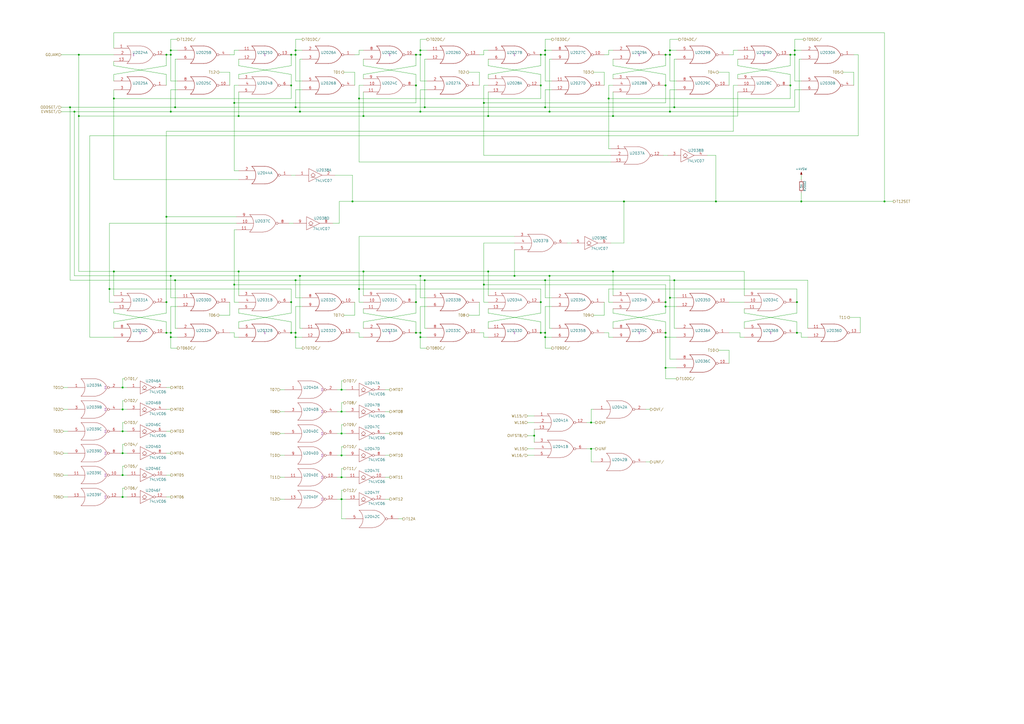
<source format=kicad_sch>
(kicad_sch (version 20211123) (generator eeschema)
  (paper "A2")
  (junction (at 415.29 116.84))
  (junction (at 342.9 260.35))
  (junction (at 316.23 62.23))
  (junction (at 99.06 64.77))
  (junction (at 99.06 193.04))
  (junction (at 386.08 31.75))
  (junction (at 391.16 162.56))
  (junction (at 40.64 62.23))
  (junction (at 243.84 193.04))
  (junction (at 168.91 193.04))
  (junction (at 318.77 160.02))
  (junction (at 313.69 31.75))
  (junction (at 464.82 116.84))
  (junction (at 138.43 157.48))
  (junction (at 313.69 175.26))
  (junction (at 388.62 31.75))
  (junction (at 135.89 59.69))
  (junction (at 458.47 49.53))
  (junction (at 283.21 67.31))
  (junction (at 246.38 162.56))
  (junction (at 45.72 67.31))
  (junction (at 386.08 177.8))
  (junction (at 96.52 175.26))
  (junction (at 43.18 64.77))
  (junction (at 171.45 29.21))
  (junction (at 173.99 160.02))
  (junction (at 241.3 31.75))
  (junction (at 198.12 289.56))
  (junction (at 243.84 64.77))
  (junction (at 298.45 160.02))
  (junction (at 243.84 31.75))
  (junction (at 71.12 262.89))
  (junction (at 461.01 29.21))
  (junction (at 171.45 62.23))
  (junction (at 99.06 160.02))
  (junction (at 355.6 157.48))
  (junction (at 101.6 62.23))
  (junction (at 316.23 29.21))
  (junction (at 391.16 62.23))
  (junction (at 171.45 193.04))
  (junction (at 45.72 31.75))
  (junction (at 318.77 64.77))
  (junction (at 243.84 195.58))
  (junction (at 210.82 157.48))
  (junction (at 342.9 245.11))
  (junction (at 204.47 116.84))
  (junction (at 241.3 175.26))
  (junction (at 198.12 226.06))
  (junction (at 198.12 276.86))
  (junction (at 99.06 195.58))
  (junction (at 316.23 193.04))
  (junction (at 386.08 213.36))
  (junction (at 96.52 31.75))
  (junction (at 355.6 67.31))
  (junction (at 513.08 116.84))
  (junction (at 243.84 29.21))
  (junction (at 316.23 162.56))
  (junction (at 173.99 64.77))
  (junction (at 246.38 62.23))
  (junction (at 198.12 264.16))
  (junction (at 168.91 175.26))
  (junction (at 101.6 162.56))
  (junction (at 386.08 175.26))
  (junction (at 99.06 29.21))
  (junction (at 458.47 31.75))
  (junction (at 388.62 172.72))
  (junction (at 135.89 165.1))
  (junction (at 71.12 288.29))
  (junction (at 208.28 167.64))
  (junction (at 313.69 49.53))
  (junction (at 388.62 64.77))
  (junction (at 243.84 160.02))
  (junction (at 96.52 125.73))
  (junction (at 138.43 67.31))
  (junction (at 171.45 195.58))
  (junction (at 313.69 193.04))
  (junction (at 241.3 193.04))
  (junction (at 198.12 251.46))
  (junction (at 241.3 49.53))
  (junction (at 63.5 167.64))
  (junction (at 168.91 49.53))
  (junction (at 316.23 31.75))
  (junction (at 283.21 157.48))
  (junction (at 388.62 29.21))
  (junction (at 208.28 57.15))
  (junction (at 171.45 162.56))
  (junction (at 66.04 157.48))
  (junction (at 66.04 57.15))
  (junction (at 361.95 116.84))
  (junction (at 386.08 193.04))
  (junction (at 316.23 195.58))
  (junction (at 210.82 67.31))
  (junction (at 99.06 31.75))
  (junction (at 71.12 224.79))
  (junction (at 462.28 175.26))
  (junction (at 386.08 49.53))
  (junction (at 353.06 57.15))
  (junction (at 171.45 31.75))
  (junction (at 462.28 193.04))
  (junction (at 168.91 31.75))
  (junction (at 280.67 165.1))
  (junction (at 71.12 275.59))
  (junction (at 280.67 59.69))
  (junction (at 71.12 237.49))
  (junction (at 309.88 252.73))
  (junction (at 198.12 238.76))
  (junction (at 71.12 250.19))
  (junction (at 96.52 193.04))
  (junction (at 461.01 31.75))
  (junction (at 386.08 195.58))
  (wire (pts (xy 280.67 90.17) (xy 354.33 90.17)))
  (wire (pts (xy 461.01 29.21) (xy 461.01 31.75)))
  (wire (pts (xy 99.06 177.8) (xy 102.87 177.8)))
  (wire (pts (xy 388.62 160.02) (xy 388.62 172.72)))
  (wire (pts (xy 241.3 175.26) (xy 241.3 181.61)))
  (wire (pts (xy 208.28 31.75) (xy 208.28 29.21)))
  (wire (pts (xy 427.99 38.1) (xy 427.99 34.29)))
  (wire (pts (xy 171.45 31.75) (xy 171.45 46.99)))
  (wire (pts (xy 36.83 275.59) (xy 39.37 275.59)))
  (wire (pts (xy 280.67 165.1) (xy 280.67 175.26)))
  (wire (pts (xy 96.52 76.2) (xy 96.52 125.73)))
  (wire (pts (xy 306.07 260.35) (xy 309.88 260.35)))
  (wire (pts (xy 298.45 160.02) (xy 318.77 160.02)))
  (wire (pts (xy 391.16 62.23) (xy 316.23 62.23)))
  (wire (pts (xy 138.43 67.31) (xy 210.82 67.31)))
  (wire (pts (xy 138.43 53.34) (xy 138.43 67.31)))
  (wire (pts (xy 69.85 262.89) (xy 71.12 262.89)))
  (wire (pts (xy 167.64 129.54) (xy 170.18 129.54)))
  (wire (pts (xy 306.07 241.3) (xy 309.88 241.3)))
  (wire (pts (xy 135.89 133.35) (xy 135.89 165.1)))
  (wire (pts (xy 173.99 34.29) (xy 173.99 64.77)))
  (wire (pts (xy 283.21 186.69) (xy 283.21 190.5)))
  (wire (pts (xy 36.83 237.49) (xy 39.37 237.49)))
  (wire (pts (xy 464.82 116.84) (xy 513.08 116.84)))
  (wire (pts (xy 283.21 171.45) (xy 283.21 157.48)))
  (wire (pts (xy 461.01 31.75) (xy 458.47 31.75)))
  (wire (pts (xy 99.06 172.72) (xy 102.87 172.72)))
  (wire (pts (xy 386.08 31.75) (xy 386.08 38.1)))
  (wire (pts (xy 353.06 195.58) (xy 355.6 195.58)))
  (wire (pts (xy 313.69 193.04) (xy 316.23 193.04)))
  (wire (pts (xy 96.52 175.26) (xy 96.52 181.61)))
  (wire (pts (xy 388.62 172.72) (xy 392.43 172.72)))
  (wire (pts (xy 464.82 195.58) (xy 468.63 195.58)))
  (wire (pts (xy 241.3 186.69) (xy 210.82 181.61)))
  (wire (pts (xy 195.58 226.06) (xy 198.12 226.06)))
  (wire (pts (xy 309.88 245.11) (xy 306.07 245.11)))
  (wire (pts (xy 138.43 38.1) (xy 138.43 34.29)))
  (wire (pts (xy 63.5 175.26) (xy 66.04 175.26)))
  (wire (pts (xy 243.84 195.58) (xy 247.65 195.58)))
  (wire (pts (xy 463.55 34.29) (xy 463.55 64.77)))
  (wire (pts (xy 461.01 22.86) (xy 461.01 29.21)))
  (wire (pts (xy 168.91 43.18) (xy 168.91 49.53)))
  (wire (pts (xy 241.3 31.75) (xy 241.3 38.1)))
  (wire (pts (xy 66.04 181.61) (xy 66.04 179.07)))
  (wire (pts (xy 138.43 43.18) (xy 138.43 45.72)))
  (wire (pts (xy 461.01 46.99) (xy 464.82 46.99)))
  (wire (pts (xy 175.26 52.07) (xy 171.45 52.07)))
  (wire (pts (xy 210.82 186.69) (xy 210.82 190.5)))
  (wire (pts (xy 66.04 157.48) (xy 138.43 157.48)))
  (wire (pts (xy 66.04 104.14) (xy 138.43 104.14)))
  (wire (pts (xy 461.01 31.75) (xy 461.01 46.99)))
  (wire (pts (xy 171.45 29.21) (xy 175.26 29.21)))
  (wire (pts (xy 198.12 251.46) (xy 200.66 251.46)))
  (wire (pts (xy 171.45 22.86) (xy 171.45 29.21)))
  (wire (pts (xy 342.9 267.97) (xy 342.9 260.35)))
  (wire (pts (xy 210.82 67.31) (xy 283.21 67.31)))
  (wire (pts (xy 101.6 190.5) (xy 101.6 162.56)))
  (wire (pts (xy 133.35 175.26) (xy 133.35 182.88)))
  (wire (pts (xy 208.28 167.64) (xy 208.28 175.26)))
  (wire (pts (xy 35.56 31.75) (xy 45.72 31.75)))
  (wire (pts (xy 223.52 289.56) (xy 226.06 289.56)))
  (wire (pts (xy 96.52 250.19) (xy 99.06 250.19)))
  (wire (pts (xy 353.06 175.26) (xy 353.06 167.64)))
  (wire (pts (xy 194.31 101.6) (xy 204.47 101.6)))
  (wire (pts (xy 427.99 43.18) (xy 427.99 45.72)))
  (wire (pts (xy 463.55 64.77) (xy 388.62 64.77)))
  (wire (pts (xy 342.9 267.97) (xy 344.17 267.97)))
  (wire (pts (xy 280.67 49.53) (xy 280.67 59.69)))
  (wire (pts (xy 464.82 104.14) (xy 464.82 101.6)))
  (wire (pts (xy 246.38 190.5) (xy 247.65 190.5)))
  (wire (pts (xy 316.23 29.21) (xy 320.04 29.21)))
  (wire (pts (xy 313.69 186.69) (xy 283.21 181.61)))
  (wire (pts (xy 278.13 175.26) (xy 278.13 182.88)))
  (wire (pts (xy 318.77 190.5) (xy 318.77 160.02)))
  (wire (pts (xy 205.74 193.04) (xy 208.28 193.04)))
  (wire (pts (xy 66.04 43.18) (xy 66.04 46.99)))
  (wire (pts (xy 135.89 165.1) (xy 135.89 175.26)))
  (wire (pts (xy 318.77 34.29) (xy 318.77 64.77)))
  (wire (pts (xy 71.12 237.49) (xy 73.66 237.49)))
  (wire (pts (xy 198.12 300.99) (xy 200.66 300.99)))
  (wire (pts (xy 72.39 257.81) (xy 71.12 257.81)))
  (wire (pts (xy 415.29 116.84) (xy 464.82 116.84)))
  (wire (pts (xy 198.12 259.08) (xy 198.12 264.16)))
  (wire (pts (xy 43.18 64.77) (xy 43.18 160.02)))
  (wire (pts (xy 241.3 49.53) (xy 241.3 59.69)))
  (wire (pts (xy 71.12 288.29) (xy 73.66 288.29)))
  (wire (pts (xy 386.08 165.1) (xy 386.08 175.26)))
  (wire (pts (xy 162.56 264.16) (xy 165.1 264.16)))
  (wire (pts (xy 241.3 38.1) (xy 210.82 43.18)))
  (wire (pts (xy 243.84 177.8) (xy 247.65 177.8)))
  (wire (pts (xy 69.85 250.19) (xy 71.12 250.19)))
  (wire (pts (xy 96.52 49.53) (xy 96.52 43.18)))
  (wire (pts (xy 462.28 181.61) (xy 431.8 186.69)))
  (wire (pts (xy 388.62 208.28) (xy 392.43 208.28)))
  (wire (pts (xy 45.72 31.75) (xy 45.72 67.31)))
  (wire (pts (xy 171.45 193.04) (xy 171.45 195.58)))
  (wire (pts (xy 43.18 160.02) (xy 99.06 160.02)))
  (wire (pts (xy 198.12 238.76) (xy 200.66 238.76)))
  (wire (pts (xy 99.06 52.07) (xy 99.06 64.77)))
  (wire (pts (xy 137.16 125.73) (xy 96.52 125.73)))
  (wire (pts (xy 386.08 213.36) (xy 386.08 219.71)))
  (wire (pts (xy 71.12 250.19) (xy 73.66 250.19)))
  (wire (pts (xy 102.87 34.29) (xy 101.6 34.29)))
  (wire (pts (xy 280.67 195.58) (xy 283.21 195.58)))
  (wire (pts (xy 223.52 238.76) (xy 226.06 238.76)))
  (wire (pts (xy 350.52 31.75) (xy 353.06 31.75)))
  (wire (pts (xy 241.3 59.69) (xy 135.89 59.69)))
  (wire (pts (xy 316.23 62.23) (xy 246.38 62.23)))
  (wire (pts (xy 210.82 181.61) (xy 210.82 179.07)))
  (wire (pts (xy 72.39 219.71) (xy 71.12 219.71)))
  (wire (pts (xy 388.62 29.21) (xy 392.43 29.21)))
  (wire (pts (xy 316.23 195.58) (xy 320.04 195.58)))
  (wire (pts (xy 429.26 195.58) (xy 431.8 195.58)))
  (wire (pts (xy 72.39 283.21) (xy 71.12 283.21)))
  (wire (pts (xy 36.83 262.89) (xy 39.37 262.89)))
  (wire (pts (xy 199.39 284.48) (xy 198.12 284.48)))
  (wire (pts (xy 135.89 99.06) (xy 138.43 99.06)))
  (wire (pts (xy 391.16 162.56) (xy 468.63 162.56)))
  (wire (pts (xy 171.45 177.8) (xy 175.26 177.8)))
  (wire (pts (xy 316.23 22.86) (xy 316.23 29.21)))
  (wire (pts (xy 243.84 195.58) (xy 243.84 201.93)))
  (wire (pts (xy 52.07 78.74) (xy 52.07 195.58)))
  (wire (pts (xy 280.67 59.69) (xy 280.67 90.17)))
  (wire (pts (xy 199.39 259.08) (xy 198.12 259.08)))
  (wire (pts (xy 241.3 165.1) (xy 241.3 175.26)))
  (wire (pts (xy 171.45 46.99) (xy 175.26 46.99)))
  (wire (pts (xy 316.23 31.75) (xy 313.69 31.75)))
  (wire (pts (xy 313.69 31.75) (xy 313.69 38.1)))
  (wire (pts (xy 316.23 162.56) (xy 391.16 162.56)))
  (wire (pts (xy 173.99 190.5) (xy 175.26 190.5)))
  (wire (pts (xy 223.52 264.16) (xy 226.06 264.16)))
  (wire (pts (xy 171.45 195.58) (xy 171.45 201.93)))
  (wire (pts (xy 355.6 49.53) (xy 353.06 49.53)))
  (wire (pts (xy 162.56 226.06) (xy 165.1 226.06)))
  (wire (pts (xy 96.52 186.69) (xy 66.04 181.61)))
  (wire (pts (xy 247.65 52.07) (xy 243.84 52.07)))
  (wire (pts (xy 464.82 193.04) (xy 464.82 195.58)))
  (wire (pts (xy 199.39 271.78) (xy 198.12 271.78)))
  (wire (pts (xy 495.3 41.91) (xy 488.95 41.91)))
  (wire (pts (xy 101.6 162.56) (xy 171.45 162.56)))
  (wire (pts (xy 355.6 67.31) (xy 427.99 67.31)))
  (wire (pts (xy 374.65 267.97) (xy 377.19 267.97)))
  (wire (pts (xy 461.01 29.21) (xy 464.82 29.21)))
  (wire (pts (xy 196.85 129.54) (xy 193.04 129.54)))
  (wire (pts (xy 99.06 160.02) (xy 173.99 160.02)))
  (wire (pts (xy 243.84 29.21) (xy 243.84 31.75)))
  (wire (pts (xy 306.07 264.16) (xy 309.88 264.16)))
  (wire (pts (xy 458.47 31.75) (xy 458.47 38.1)))
  (wire (pts (xy 196.85 129.54) (xy 196.85 116.84)))
  (wire (pts (xy 391.16 190.5) (xy 392.43 190.5)))
  (wire (pts (xy 464.82 111.76) (xy 464.82 116.84)))
  (wire (pts (xy 66.04 57.15) (xy 66.04 104.14)))
  (wire (pts (xy 195.58 289.56) (xy 198.12 289.56)))
  (wire (pts (xy 241.3 43.18) (xy 241.3 49.53)))
  (wire (pts (xy 71.12 257.81) (xy 71.12 262.89)))
  (wire (pts (xy 199.39 220.98) (xy 198.12 220.98)))
  (wire (pts (xy 353.06 193.04) (xy 353.06 195.58)))
  (wire (pts (xy 99.06 177.8) (xy 99.06 193.04)))
  (wire (pts (xy 71.12 219.71) (xy 71.12 224.79)))
  (wire (pts (xy 168.91 31.75) (xy 168.91 38.1)))
  (wire (pts (xy 133.35 41.91) (xy 127 41.91)))
  (wire (pts (xy 208.28 137.16) (xy 208.28 167.64)))
  (wire (pts (xy 223.52 251.46) (xy 226.06 251.46)))
  (wire (pts (xy 316.23 29.21) (xy 316.23 31.75)))
  (wire (pts (xy 462.28 186.69) (xy 431.8 181.61)))
  (wire (pts (xy 386.08 181.61) (xy 355.6 186.69)))
  (wire (pts (xy 171.45 52.07) (xy 171.45 62.23)))
  (wire (pts (xy 392.43 34.29) (xy 391.16 34.29)))
  (wire (pts (xy 425.45 31.75) (xy 425.45 29.21)))
  (wire (pts (xy 422.91 193.04) (xy 429.26 193.04)))
  (wire (pts (xy 246.38 34.29) (xy 246.38 62.23)))
  (wire (pts (xy 168.91 186.69) (xy 138.43 181.61)))
  (wire (pts (xy 431.8 157.48) (xy 431.8 171.45)))
  (wire (pts (xy 72.39 232.41) (xy 71.12 232.41)))
  (wire (pts (xy 243.84 31.75) (xy 243.84 46.99)))
  (wire (pts (xy 458.47 43.18) (xy 458.47 49.53)))
  (wire (pts (xy 168.91 181.61) (xy 138.43 186.69)))
  (wire (pts (xy 210.82 49.53) (xy 208.28 49.53)))
  (wire (pts (xy 283.21 43.18) (xy 283.21 45.72)))
  (wire (pts (xy 171.45 195.58) (xy 175.26 195.58)))
  (wire (pts (xy 374.65 237.49) (xy 377.19 237.49)))
  (wire (pts (xy 386.08 219.71) (xy 392.43 219.71)))
  (wire (pts (xy 243.84 22.86) (xy 243.84 29.21)))
  (wire (pts (xy 208.28 93.98) (xy 354.33 93.98)))
  (wire (pts (xy 283.21 67.31) (xy 283.21 53.34)))
  (wire (pts (xy 350.52 193.04) (xy 353.06 193.04)))
  (wire (pts (xy 313.69 43.18) (xy 283.21 38.1)))
  (wire (pts (xy 468.63 162.56) (xy 468.63 190.5)))
  (wire (pts (xy 210.82 171.45) (xy 210.82 157.48)))
  (wire (pts (xy 246.38 162.56) (xy 246.38 190.5)))
  (wire (pts (xy 499.11 193.04) (xy 499.11 184.15)))
  (wire (pts (xy 386.08 177.8) (xy 386.08 181.61)))
  (wire (pts (xy 71.12 275.59) (xy 73.66 275.59)))
  (wire (pts (xy 195.58 264.16) (xy 198.12 264.16)))
  (wire (pts (xy 280.67 175.26) (xy 283.21 175.26)))
  (wire (pts (xy 72.39 270.51) (xy 71.12 270.51)))
  (wire (pts (xy 69.85 275.59) (xy 71.12 275.59)))
  (wire (pts (xy 171.45 201.93) (xy 175.26 201.93)))
  (wire (pts (xy 208.28 29.21) (xy 210.82 29.21)))
  (wire (pts (xy 133.35 49.53) (xy 133.35 41.91)))
  (wire (pts (xy 99.06 195.58) (xy 99.06 201.93)))
  (wire (pts (xy 464.82 34.29) (xy 463.55 34.29)))
  (wire (pts (xy 168.91 101.6) (xy 171.45 101.6)))
  (wire (pts (xy 243.84 193.04) (xy 243.84 195.58)))
  (wire (pts (xy 210.82 43.18) (xy 210.82 45.72)))
  (wire (pts (xy 101.6 62.23) (xy 40.64 62.23)))
  (wire (pts (xy 96.52 125.73) (xy 96.52 175.26)))
  (wire (pts (xy 316.23 195.58) (xy 316.23 201.93)))
  (wire (pts (xy 513.08 116.84) (xy 518.16 116.84)))
  (wire (pts (xy 316.23 177.8) (xy 320.04 177.8)))
  (wire (pts (xy 422.91 203.2) (xy 422.91 210.82)))
  (wire (pts (xy 36.83 288.29) (xy 39.37 288.29)))
  (wire (pts (xy 298.45 137.16) (xy 208.28 137.16)))
  (wire (pts (xy 168.91 167.64) (xy 168.91 175.26)))
  (wire (pts (xy 171.45 31.75) (xy 168.91 31.75)))
  (wire (pts (xy 247.65 22.86) (xy 243.84 22.86)))
  (wire (pts (xy 353.06 167.64) (xy 462.28 167.64)))
  (wire (pts (xy 278.13 41.91) (xy 271.78 41.91)))
  (wire (pts (xy 96.52 181.61) (xy 66.04 186.69)))
  (wire (pts (xy 416.56 203.2) (xy 422.91 203.2)))
  (wire (pts (xy 69.85 237.49) (xy 71.12 237.49)))
  (wire (pts (xy 431.8 175.26) (xy 422.91 175.26)))
  (wire (pts (xy 162.56 251.46) (xy 165.1 251.46)))
  (wire (pts (xy 280.67 31.75) (xy 280.67 29.21)))
  (wire (pts (xy 66.04 52.07) (xy 66.04 57.15)))
  (wire (pts (xy 204.47 101.6) (xy 204.47 116.84)))
  (wire (pts (xy 241.3 193.04) (xy 243.84 193.04)))
  (wire (pts (xy 99.06 193.04) (xy 99.06 195.58)))
  (wire (pts (xy 223.52 276.86) (xy 226.06 276.86)))
  (wire (pts (xy 350.52 41.91) (xy 344.17 41.91)))
  (wire (pts (xy 425.45 29.21) (xy 427.99 29.21)))
  (wire (pts (xy 195.58 276.86) (xy 198.12 276.86)))
  (wire (pts (xy 102.87 52.07) (xy 99.06 52.07)))
  (wire (pts (xy 342.9 245.11) (xy 345.44 245.11)))
  (wire (pts (xy 135.89 59.69) (xy 135.89 99.06)))
  (wire (pts (xy 138.43 181.61) (xy 138.43 179.07)))
  (wire (pts (xy 45.72 67.31) (xy 138.43 67.31)))
  (wire (pts (xy 392.43 52.07) (xy 388.62 52.07)))
  (wire (pts (xy 350.52 182.88) (xy 344.17 182.88)))
  (wire (pts (xy 355.6 186.69) (xy 355.6 190.5)))
  (wire (pts (xy 246.38 162.56) (xy 316.23 162.56)))
  (wire (pts (xy 427.99 67.31) (xy 427.99 53.34)))
  (wire (pts (xy 283.21 157.48) (xy 355.6 157.48)))
  (wire (pts (xy 355.6 38.1) (xy 355.6 34.29)))
  (wire (pts (xy 99.06 172.72) (xy 99.06 160.02)))
  (wire (pts (xy 243.84 46.99) (xy 247.65 46.99)))
  (wire (pts (xy 340.36 260.35) (xy 342.9 260.35)))
  (wire (pts (xy 66.04 186.69) (xy 66.04 190.5)))
  (wire (pts (xy 388.62 29.21) (xy 388.62 31.75)))
  (wire (pts (xy 283.21 38.1) (xy 283.21 34.29)))
  (wire (pts (xy 464.82 52.07) (xy 461.01 52.07)))
  (wire (pts (xy 384.81 90.17) (xy 387.35 90.17)))
  (wire (pts (xy 99.06 201.93) (xy 102.87 201.93)))
  (wire (pts (xy 208.28 175.26) (xy 210.82 175.26)))
  (wire (pts (xy 208.28 167.64) (xy 313.69 167.64)))
  (wire (pts (xy 313.69 57.15) (xy 208.28 57.15)))
  (wire (pts (xy 135.89 49.53) (xy 135.89 59.69)))
  (wire (pts (xy 462.28 193.04) (xy 462.28 186.69)))
  (wire (pts (xy 313.69 175.26) (xy 313.69 181.61)))
  (wire (pts (xy 63.5 129.54) (xy 63.5 167.64)))
  (wire (pts (xy 173.99 160.02) (xy 243.84 160.02)))
  (wire (pts (xy 205.74 41.91) (xy 199.39 41.91)))
  (wire (pts (xy 247.65 34.29) (xy 246.38 34.29)))
  (wire (pts (xy 69.85 288.29) (xy 71.12 288.29)))
  (wire (pts (xy 223.52 226.06) (xy 226.06 226.06)))
  (wire (pts (xy 66.04 171.45) (xy 66.04 157.48)))
  (wire (pts (xy 458.47 43.18) (xy 427.99 38.1)))
  (wire (pts (xy 320.04 22.86) (xy 316.23 22.86)))
  (wire (pts (xy 241.3 181.61) (xy 210.82 186.69)))
  (wire (pts (xy 45.72 157.48) (xy 66.04 157.48)))
  (wire (pts (xy 198.12 271.78) (xy 198.12 276.86)))
  (wire (pts (xy 205.74 175.26) (xy 205.74 182.88)))
  (wire (pts (xy 243.84 29.21) (xy 247.65 29.21)))
  (wire (pts (xy 283.21 49.53) (xy 280.67 49.53)))
  (wire (pts (xy 497.84 31.75) (xy 497.84 78.74)))
  (wire (pts (xy 386.08 49.53) (xy 386.08 59.69)))
  (wire (pts (xy 353.06 31.75) (xy 353.06 29.21)))
  (wire (pts (xy 135.89 195.58) (xy 138.43 195.58)))
  (wire (pts (xy 354.33 140.97) (xy 361.95 140.97)))
  (wire (pts (xy 243.84 160.02) (xy 298.45 160.02)))
  (wire (pts (xy 298.45 160.02) (xy 298.45 144.78)))
  (wire (pts (xy 243.84 172.72) (xy 243.84 160.02)))
  (wire (pts (xy 210.82 38.1) (xy 210.82 34.29)))
  (wire (pts (xy 45.72 31.75) (xy 66.04 31.75)))
  (wire (pts (xy 36.83 224.79) (xy 39.37 224.79)))
  (wire (pts (xy 350.52 175.26) (xy 350.52 182.88)))
  (wire (pts (xy 135.89 31.75) (xy 135.89 29.21)))
  (wire (pts (xy 138.43 171.45) (xy 138.43 157.48)))
  (wire (pts (xy 99.06 29.21) (xy 99.06 31.75)))
  (wire (pts (xy 422.91 31.75) (xy 425.45 31.75)))
  (wire (pts (xy 96.52 275.59) (xy 99.06 275.59)))
  (wire (pts (xy 353.06 57.15) (xy 353.06 86.36)))
  (wire (pts (xy 458.47 38.1) (xy 427.99 43.18)))
  (wire (pts (xy 171.45 162.56) (xy 246.38 162.56)))
  (wire (pts (xy 316.23 172.72) (xy 316.23 162.56)))
  (wire (pts (xy 40.64 162.56) (xy 40.64 62.23)))
  (wire (pts (xy 388.62 31.75) (xy 388.62 46.99)))
  (wire (pts (xy 241.3 193.04) (xy 241.3 186.69)))
  (wire (pts (xy 198.12 226.06) (xy 200.66 226.06)))
  (wire (pts (xy 96.52 43.18) (xy 66.04 38.1)))
  (wire (pts (xy 386.08 213.36) (xy 392.43 213.36)))
  (wire (pts (xy 198.12 284.48) (xy 198.12 289.56)))
  (wire (pts (xy 198.12 276.86) (xy 200.66 276.86)))
  (wire (pts (xy 198.12 246.38) (xy 198.12 251.46)))
  (wire (pts (xy 208.28 193.04) (xy 208.28 195.58)))
  (wire (pts (xy 353.06 49.53) (xy 353.06 57.15)))
  (wire (pts (xy 309.88 252.73) (xy 309.88 256.54)))
  (wire (pts (xy 355.6 67.31) (xy 355.6 53.34)))
  (wire (pts (xy 429.26 193.04) (xy 429.26 195.58)))
  (wire (pts (xy 162.56 238.76) (xy 165.1 238.76)))
  (wire (pts (xy 138.43 157.48) (xy 210.82 157.48)))
  (wire (pts (xy 386.08 186.69) (xy 386.08 193.04)))
  (wire (pts (xy 313.69 49.53) (xy 313.69 57.15)))
  (wire (pts (xy 71.12 224.79) (xy 73.66 224.79)))
  (wire (pts (xy 243.84 177.8) (xy 243.84 193.04)))
  (wire (pts (xy 66.04 38.1) (xy 66.04 35.56)))
  (wire (pts (xy 342.9 237.49) (xy 342.9 245.11)))
  (wire (pts (xy 386.08 43.18) (xy 355.6 38.1)))
  (wire (pts (xy 318.77 64.77) (xy 243.84 64.77)))
  (wire (pts (xy 243.84 31.75) (xy 241.3 31.75)))
  (wire (pts (xy 243.84 52.07) (xy 243.84 64.77)))
  (wire (pts (xy 278.13 182.88) (xy 271.78 182.88)))
  (wire (pts (xy 43.18 64.77) (xy 35.56 64.77)))
  (wire (pts (xy 386.08 195.58) (xy 392.43 195.58)))
  (wire (pts (xy 241.3 43.18) (xy 210.82 38.1)))
  (wire (pts (xy 431.8 181.61) (xy 431.8 179.07)))
  (wire (pts (xy 391.16 162.56) (xy 391.16 190.5)))
  (wire (pts (xy 135.89 175.26) (xy 138.43 175.26)))
  (wire (pts (xy 99.06 31.75) (xy 99.06 46.99)))
  (wire (pts (xy 342.9 237.49) (xy 344.17 237.49)))
  (wire (pts (xy 133.35 193.04) (xy 135.89 193.04)))
  (wire (pts (xy 280.67 140.97) (xy 280.67 165.1)))
  (wire (pts (xy 99.06 31.75) (xy 96.52 31.75)))
  (wire (pts (xy 96.52 237.49) (xy 99.06 237.49)))
  (wire (pts (xy 175.26 22.86) (xy 171.45 22.86)))
  (wire (pts (xy 198.12 233.68) (xy 198.12 238.76)))
  (wire (pts (xy 328.93 140.97) (xy 331.47 140.97)))
  (wire (pts (xy 388.62 172.72) (xy 388.62 208.28)))
  (wire (pts (xy 137.16 133.35) (xy 135.89 133.35)))
  (wire (pts (xy 495.3 49.53) (xy 495.3 41.91)))
  (wire (pts (xy 298.45 140.97) (xy 280.67 140.97)))
  (wire (pts (xy 99.06 46.99) (xy 102.87 46.99)))
  (wire (pts (xy 355.6 175.26) (xy 353.06 175.26)))
  (wire (pts (xy 466.09 22.86) (xy 461.01 22.86)))
  (wire (pts (xy 388.62 22.86) (xy 388.62 29.21)))
  (wire (pts (xy 171.45 29.21) (xy 171.45 31.75)))
  (wire (pts (xy 513.08 19.05) (xy 66.04 19.05)))
  (wire (pts (xy 171.45 62.23) (xy 101.6 62.23)))
  (wire (pts (xy 101.6 34.29) (xy 101.6 62.23)))
  (wire (pts (xy 171.45 177.8) (xy 171.45 193.04)))
  (wire (pts (xy 278.13 49.53) (xy 278.13 41.91)))
  (wire (pts (xy 313.69 181.61) (xy 283.21 186.69)))
  (wire (pts (xy 388.62 46.99) (xy 392.43 46.99)))
  (wire (pts (xy 431.8 186.69) (xy 431.8 190.5)))
  (wire (pts (xy 386.08 186.69) (xy 355.6 181.61)))
  (wire (pts (xy 355.6 181.61) (xy 355.6 179.07)))
  (wire (pts (xy 283.21 67.31) (xy 355.6 67.31)))
  (wire (pts (xy 355.6 43.18) (xy 355.6 45.72)))
  (wire (pts (xy 63.5 167.64) (xy 168.91 167.64)))
  (wire (pts (xy 280.67 165.1) (xy 386.08 165.1)))
  (wire (pts (xy 316.23 52.07) (xy 316.23 62.23)))
  (wire (pts (xy 461.01 52.07) (xy 461.01 62.23)))
  (wire (pts (xy 386.08 195.58) (xy 386.08 213.36)))
  (wire (pts (xy 231.14 300.99) (xy 233.68 300.99)))
  (wire (pts (xy 199.39 233.68) (xy 198.12 233.68)))
  (wire (pts (xy 513.08 116.84) (xy 513.08 19.05)))
  (wire (pts (xy 340.36 245.11) (xy 342.9 245.11)))
  (wire (pts (xy 168.91 38.1) (xy 138.43 43.18)))
  (wire (pts (xy 71.12 262.89) (xy 73.66 262.89)))
  (wire (pts (xy 99.06 29.21) (xy 102.87 29.21)))
  (wire (pts (xy 52.07 195.58) (xy 66.04 195.58)))
  (wire (pts (xy 208.28 195.58) (xy 210.82 195.58)))
  (wire (pts (xy 168.91 193.04) (xy 168.91 186.69)))
  (wire (pts (xy 173.99 64.77) (xy 99.06 64.77)))
  (wire (pts (xy 208.28 57.15) (xy 208.28 93.98)))
  (wire (pts (xy 316.23 177.8) (xy 316.23 193.04)))
  (wire (pts (xy 309.88 252.73) (xy 306.07 252.73)))
  (wire (pts (xy 313.69 43.18) (xy 313.69 49.53)))
  (wire (pts (xy 458.47 49.53) (xy 458.47 57.15)))
  (wire (pts (xy 101.6 190.5) (xy 102.87 190.5)))
  (wire (pts (xy 458.47 57.15) (xy 353.06 57.15)))
  (wire (pts (xy 415.29 90.17) (xy 410.21 90.17)))
  (wire (pts (xy 162.56 289.56) (xy 165.1 289.56)))
  (wire (pts (xy 168.91 175.26) (xy 168.91 181.61)))
  (wire (pts (xy 66.04 19.05) (xy 66.04 27.94)))
  (wire (pts (xy 171.45 172.72) (xy 175.26 172.72)))
  (wire (pts (xy 495.3 31.75) (xy 497.84 31.75)))
  (wire (pts (xy 198.12 289.56) (xy 200.66 289.56)))
  (wire (pts (xy 320.04 34.29) (xy 318.77 34.29)))
  (wire (pts (xy 316.23 172.72) (xy 320.04 172.72)))
  (wire (pts (xy 393.7 22.86) (xy 388.62 22.86)))
  (wire (pts (xy 96.52 31.75) (xy 96.52 38.1)))
  (wire (pts (xy 175.26 34.29) (xy 173.99 34.29)))
  (wire (pts (xy 210.82 67.31) (xy 210.82 53.34)))
  (wire (pts (xy 353.06 86.36) (xy 354.33 86.36)))
  (wire (pts (xy 243.84 64.77) (xy 173.99 64.77)))
  (wire (pts (xy 461.01 62.23) (xy 391.16 62.23)))
  (wire (pts (xy 168.91 193.04) (xy 171.45 193.04)))
  (wire (pts (xy 168.91 57.15) (xy 66.04 57.15)))
  (wire (pts (xy 280.67 29.21) (xy 283.21 29.21)))
  (wire (pts (xy 386.08 193.04) (xy 386.08 195.58)))
  (wire (pts (xy 196.85 116.84) (xy 204.47 116.84)))
  (wire (pts (xy 313.69 167.64) (xy 313.69 175.26)))
  (wire (pts (xy 388.62 31.75) (xy 386.08 31.75)))
  (wire (pts (xy 316.23 31.75) (xy 316.23 46.99)))
  (wire (pts (xy 198.12 264.16) (xy 200.66 264.16)))
  (wire (pts (xy 99.06 22.86) (xy 99.06 29.21)))
  (wire (pts (xy 138.43 49.53) (xy 135.89 49.53)))
  (wire (pts (xy 320.04 52.07) (xy 316.23 52.07)))
  (wire (pts (xy 208.28 49.53) (xy 208.28 57.15)))
  (wire (pts (xy 243.84 201.93) (xy 247.65 201.93)))
  (wire (pts (xy 198.12 220.98) (xy 198.12 226.06)))
  (wire (pts (xy 135.89 165.1) (xy 241.3 165.1)))
  (wire (pts (xy 361.95 140.97) (xy 361.95 116.84)))
  (wire (pts (xy 386.08 177.8) (xy 392.43 177.8)))
  (wire (pts (xy 96.52 193.04) (xy 96.52 186.69)))
  (wire (pts (xy 462.28 167.64) (xy 462.28 175.26)))
  (wire (pts (xy 422.91 49.53) (xy 422.91 41.91)))
  (wire (pts (xy 162.56 276.86) (xy 165.1 276.86)))
  (wire (pts (xy 316.23 46.99) (xy 320.04 46.99)))
  (wire (pts (xy 96.52 262.89) (xy 99.06 262.89)))
  (wire (pts (xy 283.21 181.61) (xy 283.21 179.07)))
  (wire (pts (xy 133.35 182.88) (xy 127 182.88)))
  (wire (pts (xy 386.08 43.18) (xy 386.08 49.53)))
  (wire (pts (xy 318.77 190.5) (xy 320.04 190.5)))
  (wire (pts (xy 40.64 62.23) (xy 35.56 62.23)))
  (wire (pts (xy 350.52 49.53) (xy 350.52 41.91)))
  (wire (pts (xy 63.5 167.64) (xy 63.5 175.26)))
  (wire (pts (xy 462.28 175.26) (xy 462.28 181.61)))
  (wire (pts (xy 168.91 43.18) (xy 138.43 38.1)))
  (wire (pts (xy 353.06 29.21) (xy 355.6 29.21)))
  (wire (pts (xy 422.91 41.91) (xy 416.56 41.91)))
  (wire (pts (xy 69.85 224.79) (xy 71.12 224.79)))
  (wire (pts (xy 280.67 193.04) (xy 280.67 195.58)))
  (wire (pts (xy 195.58 238.76) (xy 198.12 238.76)))
  (wire (pts (xy 171.45 172.72) (xy 171.45 162.56)))
  (wire (pts (xy 96.52 193.04) (xy 99.06 193.04)))
  (wire (pts (xy 313.69 193.04) (xy 313.69 186.69)))
  (wire (pts (xy 99.06 195.58) (xy 102.87 195.58)))
  (wire (pts (xy 99.06 64.77) (xy 43.18 64.77)))
  (wire (pts (xy 133.35 31.75) (xy 135.89 31.75)))
  (wire (pts (xy 278.13 31.75) (xy 280.67 31.75)))
  (wire (pts (xy 316.23 201.93) (xy 320.04 201.93)))
  (wire (pts (xy 386.08 59.69) (xy 280.67 59.69)))
  (wire (pts (xy 138.43 186.69) (xy 138.43 190.5)))
  (wire (pts (xy 355.6 157.48) (xy 431.8 157.48)))
  (wire (pts (xy 102.87 22.86) (xy 99.06 22.86)))
  (wire (pts (xy 96.52 288.29) (xy 99.06 288.29)))
  (wire (pts (xy 198.12 289.56) (xy 198.12 300.99)))
  (wire (pts (xy 342.9 260.35) (xy 345.44 260.35)))
  (wire (pts (xy 40.64 162.56) (xy 101.6 162.56)))
  (wire (pts (xy 243.84 172.72) (xy 247.65 172.72)))
  (wire (pts (xy 425.45 76.2) (xy 96.52 76.2)))
  (wire (pts (xy 71.12 270.51) (xy 71.12 275.59)))
  (wire (pts (xy 318.77 160.02) (xy 388.62 160.02)))
  (wire (pts (xy 168.91 49.53) (xy 168.91 57.15)))
  (wire (pts (xy 313.69 38.1) (xy 283.21 43.18)))
  (wire (pts (xy 361.95 116.84) (xy 415.29 116.84)))
  (wire (pts (xy 135.89 193.04) (xy 135.89 195.58)))
  (wire (pts (xy 45.72 67.31) (xy 45.72 157.48)))
  (wire (pts (xy 425.45 49.53) (xy 425.45 76.2)))
  (wire (pts (xy 246.38 62.23) (xy 171.45 62.23)))
  (wire (pts (xy 316.23 193.04) (xy 316.23 195.58)))
  (wire (pts (xy 386.08 38.1) (xy 355.6 43.18)))
  (wire (pts (xy 205.74 182.88) (xy 199.39 182.88)))
  (wire (pts (xy 96.52 38.1) (xy 66.04 43.18)))
  (wire (pts (xy 462.28 193.04) (xy 464.82 193.04)))
  (wire (pts (xy 205.74 31.75) (xy 208.28 31.75)))
  (wire (pts (xy 36.83 250.19) (xy 39.37 250.19)))
  (wire (pts (xy 391.16 34.29) (xy 391.16 62.23)))
  (wire (pts (xy 96.52 224.79) (xy 99.06 224.79)))
  (wire (pts (xy 427.99 49.53) (xy 425.45 49.53)))
  (wire (pts (xy 499.11 184.15) (xy 492.76 184.15)))
  (wire (pts (xy 210.82 157.48) (xy 283.21 157.48)))
  (wire (pts (xy 309.88 248.92) (xy 309.88 252.73)))
  (wire (pts (xy 173.99 190.5) (xy 173.99 160.02)))
  (wire (pts (xy 71.12 232.41) (xy 71.12 237.49)))
  (wire (pts (xy 205.74 49.53) (xy 205.74 41.91)))
  (wire (pts (xy 72.39 245.11) (xy 71.12 245.11)))
  (wire (pts (xy 415.29 116.84) (xy 415.29 90.17)))
  (wire (pts (xy 199.39 246.38) (xy 198.12 246.38)))
  (wire (pts (xy 71.12 283.21) (xy 71.12 288.29)))
  (wire (pts (xy 135.89 29.21) (xy 138.43 29.21)))
  (wire (pts (xy 386.08 175.26) (xy 386.08 177.8)))
  (wire (pts (xy 388.62 52.07) (xy 388.62 64.77)))
  (wire (pts (xy 355.6 157.48) (xy 355.6 171.45)))
  (wire (pts (xy 63.5 129.54) (xy 137.16 129.54)))
  (wire (pts (xy 278.13 193.04) (xy 280.67 193.04)))
  (wire (pts (xy 195.58 251.46) (xy 198.12 251.46)))
  (wire (pts (xy 388.62 64.77) (xy 318.77 64.77)))
  (wire (pts (xy 204.47 116.84) (xy 361.95 116.84)))
  (wire (pts (xy 497.84 78.74) (xy 52.07 78.74)))
  (wire (pts (xy 71.12 245.11) (xy 71.12 250.19)))
  (hierarchical_label "UNF" (shape output) (at 345.44 260.35 0) (effects (font (size 1.524 1.524))))
  (hierarchical_label "T12" (shape output) (at 127 41.91 180) (effects (font (size 1.524 1.524))))
  (hierarchical_label "MT02" (shape output) (at 99.06 237.49 0) (effects (font (size 1.524 1.524))))
  (hierarchical_label "MT05" (shape output) (at 99.06 275.59 0) (effects (font (size 1.524 1.524))))
  (hierarchical_label "T12/" (shape output) (at 199.39 284.48 0) (effects (font (size 1.524 1.524))))
  (hierarchical_label "T02" (shape input) (at 36.83 237.49 180) (effects (font (size 1.524 1.524))))
  (hierarchical_label "T10DC/" (shape output) (at 392.43 219.71 0) (effects (font (size 1.524 1.524))))
  (hierarchical_label "OVF" (shape output) (at 345.44 245.11 0) (effects (font (size 1.524 1.524))))
  (hierarchical_label "T04" (shape output) (at 416.56 41.91 180) (effects (font (size 1.524 1.524))))
  (hierarchical_label "MT06" (shape output) (at 99.06 288.29 0) (effects (font (size 1.524 1.524))))
  (hierarchical_label "T03/" (shape output) (at 72.39 245.11 0) (effects (font (size 1.524 1.524))))
  (hierarchical_label "WL16/" (shape input) (at 306.07 264.16 180) (effects (font (size 1.524 1.524))))
  (hierarchical_label "MT10" (shape output) (at 226.06 264.16 0) (effects (font (size 1.524 1.524))))
  (hierarchical_label "EVNSET/" (shape input) (at 35.56 64.77 180) (effects (font (size 1.524 1.524))))
  (hierarchical_label "MT01" (shape output) (at 99.06 224.79 0) (effects (font (size 1.524 1.524))))
  (hierarchical_label "T05" (shape input) (at 36.83 275.59 180) (effects (font (size 1.524 1.524))))
  (hierarchical_label "MT08" (shape output) (at 226.06 238.76 0) (effects (font (size 1.524 1.524))))
  (hierarchical_label "T02/" (shape output) (at 72.39 232.41 0) (effects (font (size 1.524 1.524))))
  (hierarchical_label "T08/" (shape output) (at 199.39 233.68 0) (effects (font (size 1.524 1.524))))
  (hierarchical_label "T03" (shape input) (at 36.83 250.19 180) (effects (font (size 1.524 1.524))))
  (hierarchical_label "T08" (shape input) (at 162.56 238.76 180) (effects (font (size 1.524 1.524))))
  (hierarchical_label "MT04" (shape output) (at 99.06 262.89 0) (effects (font (size 1.524 1.524))))
  (hierarchical_label "T10/" (shape output) (at 199.39 259.08 0) (effects (font (size 1.524 1.524))))
  (hierarchical_label "WL15" (shape input) (at 306.07 260.35 180) (effects (font (size 1.524 1.524))))
  (hierarchical_label "GOJAM" (shape input) (at 35.56 31.75 180) (effects (font (size 1.524 1.524))))
  (hierarchical_label "T09" (shape output) (at 344.17 182.88 180) (effects (font (size 1.524 1.524))))
  (hierarchical_label "T01" (shape input) (at 36.83 224.79 180) (effects (font (size 1.524 1.524))))
  (hierarchical_label "T07" (shape input) (at 162.56 226.06 180) (effects (font (size 1.524 1.524))))
  (hierarchical_label "OVFSTB/" (shape input) (at 306.07 252.73 180) (effects (font (size 1.524 1.524))))
  (hierarchical_label "T11" (shape output) (at 492.76 184.15 180) (effects (font (size 1.524 1.524))))
  (hierarchical_label "WL16" (shape input) (at 306.07 245.11 180) (effects (font (size 1.524 1.524))))
  (hierarchical_label "T08DC/" (shape output) (at 247.65 201.93 0) (effects (font (size 1.524 1.524))))
  (hierarchical_label "T02DC/" (shape output) (at 247.65 22.86 0) (effects (font (size 1.524 1.524))))
  (hierarchical_label "WL15/" (shape input) (at 306.07 241.3 180) (effects (font (size 1.524 1.524))))
  (hierarchical_label "T07/" (shape output) (at 199.39 220.98 0) (effects (font (size 1.524 1.524))))
  (hierarchical_label "T05DC/" (shape output) (at 466.09 22.86 0) (effects (font (size 1.524 1.524))))
  (hierarchical_label "UNF/" (shape output) (at 377.19 267.97 0) (effects (font (size 1.524 1.524))))
  (hierarchical_label "T06" (shape output) (at 127 182.88 180) (effects (font (size 1.524 1.524))))
  (hierarchical_label "T06" (shape input) (at 36.83 288.29 180) (effects (font (size 1.524 1.524))))
  (hierarchical_label "T06DC/" (shape output) (at 102.87 201.93 0) (effects (font (size 1.524 1.524))))
  (hierarchical_label "T11" (shape input) (at 162.56 276.86 180) (effects (font (size 1.524 1.524))))
  (hierarchical_label "MT11" (shape output) (at 226.06 276.86 0) (effects (font (size 1.524 1.524))))
  (hierarchical_label "T01DC/" (shape output) (at 175.26 22.86 0) (effects (font (size 1.524 1.524))))
  (hierarchical_label "T03DC/" (shape output) (at 320.04 22.86 0) (effects (font (size 1.524 1.524))))
  (hierarchical_label "T12SET" (shape output) (at 518.16 116.84 0) (effects (font (size 1.524 1.524))))
  (hierarchical_label "T09" (shape input) (at 162.56 251.46 180) (effects (font (size 1.524 1.524))))
  (hierarchical_label "T06/" (shape output) (at 72.39 283.21 0) (effects (font (size 1.524 1.524))))
  (hierarchical_label "T12" (shape input) (at 162.56 289.56 180) (effects (font (size 1.524 1.524))))
  (hierarchical_label "T02" (shape output) (at 271.78 41.91 180) (effects (font (size 1.524 1.524))))
  (hierarchical_label "MT12" (shape output) (at 226.06 289.56 0) (effects (font (size 1.524 1.524))))
  (hierarchical_label "T04/" (shape output) (at 72.39 257.81 0) (effects (font (size 1.524 1.524))))
  (hierarchical_label "T05" (shape output) (at 488.95 41.91 180) (effects (font (size 1.524 1.524))))
  (hierarchical_label "T05/" (shape output) (at 72.39 270.51 0) (effects (font (size 1.524 1.524))))
  (hierarchical_label "OVF/" (shape output) (at 377.19 237.49 0) (effects (font (size 1.524 1.524))))
  (hierarchical_label "ODDSET/" (shape input) (at 35.56 62.23 180) (effects (font (size 1.524 1.524))))
  (hierarchical_label "T07DC/" (shape output) (at 175.26 201.93 0) (effects (font (size 1.524 1.524))))
  (hierarchical_label "T01" (shape output) (at 199.39 41.91 180) (effects (font (size 1.524 1.524))))
  (hierarchical_label "MT07" (shape output) (at 226.06 226.06 0) (effects (font (size 1.524 1.524))))
  (hierarchical_label "T07" (shape output) (at 199.39 182.88 180) (effects (font (size 1.524 1.524))))
  (hierarchical_label "T08" (shape output) (at 271.78 182.88 180) (effects (font (size 1.524 1.524))))
  (hierarchical_label "T12DC/" (shape output) (at 102.87 22.86 0) (effects (font (size 1.524 1.524))))
  (hierarchical_label "MT09" (shape output) (at 226.06 251.46 0) (effects (font (size 1.524 1.524))))
  (hierarchical_label "T10" (shape input) (at 162.56 264.16 180) (effects (font (size 1.524 1.524))))
  (hierarchical_label "T12A" (shape output) (at 233.68 300.99 0) (effects (font (size 1.524 1.524))))
  (hierarchical_label "T04DC/" (shape output) (at 393.7 22.86 0) (effects (font (size 1.524 1.524))))
  (hierarchical_label "T01/" (shape output) (at 72.39 219.71 0) (effects (font (size 1.524 1.524))))
  (hierarchical_label "T09/" (shape output) (at 199.39 246.38 0) (effects (font (size 1.524 1.524))))
  (hierarchical_label "T04" (shape input) (at 36.83 262.89 180) (effects (font (size 1.524 1.524))))
  (hierarchical_label "T09DC/" (shape output) (at 320.04 201.93 0) (effects (font (size 1.524 1.524))))
  (hierarchical_label "MT03" (shape output) (at 99.06 250.19 0) (effects (font (size 1.524 1.524))))
  (hierarchical_label "T10" (shape output) (at 416.56 203.2 180) (effects (font (size 1.524 1.524))))
  (hierarchical_label "T03" (shape output) (at 344.17 41.91 180) (effects (font (size 1.524 1.524))))
  (hierarchical_label "T11/" (shape output) (at 199.39 271.78 0) (effects (font (size 1.524 1.524))))
  (symbol (lib_id "agc_kicad_components:74HC27") (at 81.28 31.75 0) (unit 1)
    (property "Reference" "U2024" (at 81.28 30.48 0) (effects (font (size 1.524 1.524))))
    (property "Value" "74HC27" (effects hide))
    (property "Init_A" "1" (at 77.47 31.75 0))
    (property "Init_B" "0" (effects hide))
    (property "Init_C" "0" (effects hide))
    (property "Init_D" "0" (effects hide))
  )
  (symbol (lib_id "agc_kicad_components:74HC02") (at 81.28 49.53 0) (unit 1)
    (property "Reference" "U2025" (at 81.28 48.26 0) (effects (font (size 1.524 1.524))))
    (property "Value" "74HC02" (effects hide))
    (property "Init_A" "0" (effects hide))
    (property "Init_B" "0" (effects hide))
    (property "Init_C" "0" (effects hide))
    (property "Init_D" "1" (effects hide))
  )
  (symbol (lib_id "agc_kicad_components:74HC02") (at 118.11 31.75 0) (unit 2)
    (property "Reference" "U2025" (at 118.11 30.48 0) (effects (font (size 1.524 1.524))))
    (property "Value" "74HC02" (effects hide))
    (property "Init_A" "0" (effects hide))
    (property "Init_B" "0" (effects hide))
    (property "Init_C" "0" (effects hide))
    (property "Init_D" "1" (effects hide))
  )
  (symbol (lib_id "agc_kicad_components:74HC02") (at 118.11 49.53 0) (unit 3)
    (property "Reference" "U2025" (at 118.11 48.26 0) (effects (font (size 1.524 1.524))))
    (property "Value" "74HC02" (effects hide))
    (property "Init_A" "0" (effects hide))
    (property "Init_B" "0" (effects hide))
    (property "Init_C" "0" (effects hide))
    (property "Init_D" "1" (effects hide))
  )
  (symbol (lib_id "agc_kicad_components:74HC02") (at 153.67 31.75 0) (unit 4)
    (property "Reference" "U2025" (at 153.67 30.48 0) (effects (font (size 1.524 1.524))))
    (property "Value" "74HC02" (effects hide))
    (property "Init_A" "0" (effects hide))
    (property "Init_B" "0" (effects hide))
    (property "Init_C" "0" (effects hide))
    (property "Init_D" "1" (at 153.67 31.75 0))
  )
  (symbol (lib_id "agc_kicad_components:74HC27") (at 153.67 49.53 0) (unit 2)
    (property "Reference" "U2024" (at 153.67 48.26 0) (effects (font (size 1.524 1.524))))
    (property "Value" "74HC27" (effects hide))
    (property "Init_A" "1" (effects hide))
    (property "Init_B" "0" (effects hide))
    (property "Init_C" "0" (effects hide))
    (property "Init_D" "0" (effects hide))
  )
  (symbol (lib_id "agc_kicad_components:74HC02") (at 190.5 31.75 0) (unit 1)
    (property "Reference" "U2026" (at 190.5 30.48 0) (effects (font (size 1.524 1.524))))
    (property "Value" "74HC02" (effects hide))
    (property "Init_A" "0" (effects hide))
    (property "Init_B" "0" (effects hide))
    (property "Init_C" "1" (effects hide))
    (property "Init_D" "0" (effects hide))
  )
  (symbol (lib_id "agc_kicad_components:74HC02") (at 190.5 49.53 0) (unit 2)
    (property "Reference" "U2026" (at 190.5 48.26 0) (effects (font (size 1.524 1.524))))
    (property "Value" "74HC02" (effects hide))
    (property "Init_A" "0" (effects hide))
    (property "Init_B" "0" (effects hide))
    (property "Init_C" "1" (effects hide))
    (property "Init_D" "0" (effects hide))
  )
  (symbol (lib_id "agc_kicad_components:74HC02") (at 226.06 31.75 0) (unit 3)
    (property "Reference" "U2026" (at 226.06 30.48 0) (effects (font (size 1.524 1.524))))
    (property "Value" "74HC02" (effects hide))
    (property "Init_A" "0" (effects hide))
    (property "Init_B" "0" (effects hide))
    (property "Init_C" "1" (at 226.06 31.75 0))
    (property "Init_D" "0" (effects hide))
  )
  (symbol (lib_id "agc_kicad_components:74HC27") (at 226.06 49.53 0) (unit 3)
    (property "Reference" "U2024" (at 226.06 48.26 0) (effects (font (size 1.524 1.524))))
    (property "Value" "74HC27" (effects hide))
    (property "Init_A" "1" (effects hide))
    (property "Init_B" "0" (effects hide))
    (property "Init_C" "0" (effects hide))
    (property "Init_D" "0" (effects hide))
  )
  (symbol (lib_id "agc_kicad_components:74HC02") (at 262.89 31.75 0) (unit 4)
    (property "Reference" "U2026" (at 262.89 30.48 0) (effects (font (size 1.524 1.524))))
    (property "Value" "74HC02" (effects hide))
    (property "Init_A" "0" (effects hide))
    (property "Init_B" "0" (effects hide))
    (property "Init_C" "1" (effects hide))
    (property "Init_D" "0" (effects hide))
  )
  (symbol (lib_id "agc_kicad_components:74HC02") (at 262.89 49.53 0) (unit 1)
    (property "Reference" "U2027" (at 262.89 48.26 0) (effects (font (size 1.524 1.524))))
    (property "Value" "74HC02" (effects hide))
    (property "Init_A" "0" (effects hide))
    (property "Init_B" "1" (effects hide))
    (property "Init_C" "0" (effects hide))
    (property "Init_D" "0" (effects hide))
  )
  (symbol (lib_id "agc_kicad_components:74HC02") (at 298.45 31.75 0) (unit 2)
    (property "Reference" "U2027" (at 298.45 30.48 0) (effects (font (size 1.524 1.524))))
    (property "Value" "74HC02" (effects hide))
    (property "Init_A" "0" (effects hide))
    (property "Init_B" "1" (at 298.45 31.75 0))
    (property "Init_C" "0" (effects hide))
    (property "Init_D" "0" (effects hide))
  )
  (symbol (lib_id "agc_kicad_components:74HC27") (at 298.45 49.53 0) (unit 1)
    (property "Reference" "U2028" (at 298.45 48.26 0) (effects (font (size 1.524 1.524))))
    (property "Value" "74HC27" (effects hide))
    (property "Init_A" "0" (effects hide))
    (property "Init_B" "0" (effects hide))
    (property "Init_C" "0" (effects hide))
    (property "Init_D" "0" (effects hide))
  )
  (symbol (lib_id "agc_kicad_components:74HC02") (at 335.28 31.75 0) (unit 3)
    (property "Reference" "U2027" (at 335.28 30.48 0) (effects (font (size 1.524 1.524))))
    (property "Value" "74HC02" (effects hide))
    (property "Init_A" "0" (effects hide))
    (property "Init_B" "1" (effects hide))
    (property "Init_C" "0" (effects hide))
    (property "Init_D" "0" (effects hide))
  )
  (symbol (lib_id "agc_kicad_components:74HC02") (at 335.28 49.53 0) (unit 4)
    (property "Reference" "U2027" (at 335.28 48.26 0) (effects (font (size 1.524 1.524))))
    (property "Value" "74HC02" (effects hide))
    (property "Init_A" "0" (effects hide))
    (property "Init_B" "1" (effects hide))
    (property "Init_C" "0" (effects hide))
    (property "Init_D" "0" (effects hide))
  )
  (symbol (lib_id "agc_kicad_components:74HC02") (at 370.84 31.75 0) (unit 1)
    (property "Reference" "U2029" (at 370.84 30.48 0) (effects (font (size 1.524 1.524))))
    (property "Value" "74HC02" (effects hide))
    (property "Init_A" "1" (at 370.84 31.75 0))
    (property "Init_B" "0" (effects hide))
    (property "Init_C" "0" (effects hide))
    (property "Init_D" "1" (effects hide))
  )
  (symbol (lib_id "agc_kicad_components:74HC27") (at 370.84 49.53 0) (unit 2)
    (property "Reference" "U2028" (at 370.84 48.26 0) (effects (font (size 1.524 1.524))))
    (property "Value" "74HC27" (effects hide))
    (property "Init_A" "0" (effects hide))
    (property "Init_B" "0" (effects hide))
    (property "Init_C" "0" (effects hide))
    (property "Init_D" "0" (effects hide))
  )
  (symbol (lib_id "agc_kicad_components:74HC02") (at 407.67 31.75 0) (unit 2)
    (property "Reference" "U2029" (at 407.67 30.48 0) (effects (font (size 1.524 1.524))))
    (property "Value" "74HC02" (effects hide))
    (property "Init_A" "1" (effects hide))
    (property "Init_B" "0" (effects hide))
    (property "Init_C" "0" (effects hide))
    (property "Init_D" "1" (effects hide))
  )
  (symbol (lib_id "agc_kicad_components:74HC02") (at 407.67 49.53 0) (unit 3)
    (property "Reference" "U2029" (at 407.67 48.26 0) (effects (font (size 1.524 1.524))))
    (property "Value" "74HC02" (effects hide))
    (property "Init_A" "1" (effects hide))
    (property "Init_B" "0" (effects hide))
    (property "Init_C" "0" (effects hide))
    (property "Init_D" "1" (effects hide))
  )
  (symbol (lib_id "agc_kicad_components:74HC02") (at 443.23 31.75 0) (unit 4)
    (property "Reference" "U2029" (at 443.23 30.48 0) (effects (font (size 1.524 1.524))))
    (property "Value" "74HC02" (effects hide))
    (property "Init_A" "1" (effects hide))
    (property "Init_B" "0" (effects hide))
    (property "Init_C" "0" (effects hide))
    (property "Init_D" "1" (at 443.23 31.75 0))
  )
  (symbol (lib_id "agc_kicad_components:74HC27") (at 443.23 49.53 0) (unit 3)
    (property "Reference" "U2028" (at 443.23 48.26 0) (effects (font (size 1.524 1.524))))
    (property "Value" "74HC27" (effects hide))
    (property "Init_A" "0" (effects hide))
    (property "Init_B" "0" (effects hide))
    (property "Init_C" "0" (effects hide))
    (property "Init_D" "0" (effects hide))
  )
  (symbol (lib_id "agc_kicad_components:74HC02") (at 480.06 31.75 0) (unit 1)
    (property "Reference" "U2030" (at 480.06 30.48 0) (effects (font (size 1.524 1.524))))
    (property "Value" "74HC02" (effects hide))
    (property "Init_A" "0" (effects hide))
    (property "Init_B" "0" (effects hide))
    (property "Init_C" "1" (effects hide))
    (property "Init_D" "0" (effects hide))
  )
  (symbol (lib_id "agc_kicad_components:74HC02") (at 480.06 49.53 0) (unit 2)
    (property "Reference" "U2030" (at 480.06 48.26 0) (effects (font (size 1.524 1.524))))
    (property "Value" "74HC02" (effects hide))
    (property "Init_A" "0" (effects hide))
    (property "Init_B" "0" (effects hide))
    (property "Init_C" "1" (effects hide))
    (property "Init_D" "0" (effects hide))
  )
  (symbol (lib_id "agc_kicad_components:74HC02") (at 81.28 193.04 0) (unit 3)
    (property "Reference" "U2030" (at 81.28 191.77 0) (effects (font (size 1.524 1.524))))
    (property "Value" "74HC02" (effects hide))
    (property "Init_A" "0" (effects hide))
    (property "Init_B" "0" (effects hide))
    (property "Init_C" "1" (at 81.28 193.04 0))
    (property "Init_D" "0" (effects hide))
  )
  (symbol (lib_id "agc_kicad_components:74HC27") (at 81.28 175.26 0) (unit 1)
    (property "Reference" "U2031" (at 81.28 173.99 0) (effects (font (size 1.524 1.524))))
    (property "Value" "74HC27" (effects hide))
    (property "Init_A" "0" (effects hide))
    (property "Init_B" "0" (effects hide))
    (property "Init_C" "0" (effects hide))
    (property "Init_D" "0" (effects hide))
  )
  (symbol (lib_id "agc_kicad_components:74HC02") (at 118.11 175.26 0) (unit 4)
    (property "Reference" "U2030" (at 118.11 173.99 0) (effects (font (size 1.524 1.524))))
    (property "Value" "74HC02" (effects hide))
    (property "Init_A" "0" (effects hide))
    (property "Init_B" "0" (effects hide))
    (property "Init_C" "1" (effects hide))
    (property "Init_D" "0" (effects hide))
  )
  (symbol (lib_id "agc_kicad_components:74HC02") (at 118.11 193.04 0) (unit 1)
    (property "Reference" "U2032" (at 118.11 191.77 0) (effects (font (size 1.524 1.524))))
    (property "Value" "74HC02" (effects hide))
    (property "Init_A" "0" (effects hide))
    (property "Init_B" "1" (effects hide))
    (property "Init_C" "0" (effects hide))
    (property "Init_D" "0" (effects hide))
  )
  (symbol (lib_id "agc_kicad_components:74HC02") (at 153.67 193.04 0) (unit 2)
    (property "Reference" "U2032" (at 153.67 191.77 0) (effects (font (size 1.524 1.524))))
    (property "Value" "74HC02" (effects hide))
    (property "Init_A" "0" (effects hide))
    (property "Init_B" "1" (at 153.67 193.04 0))
    (property "Init_C" "0" (effects hide))
    (property "Init_D" "0" (effects hide))
  )
  (symbol (lib_id "agc_kicad_components:74HC27") (at 153.67 175.26 0) (unit 2)
    (property "Reference" "U2031" (at 153.67 173.99 0) (effects (font (size 1.524 1.524))))
    (property "Value" "74HC27" (effects hide))
    (property "Init_A" "0" (effects hide))
    (property "Init_B" "0" (effects hide))
    (property "Init_C" "0" (effects hide))
    (property "Init_D" "0" (effects hide))
  )
  (symbol (lib_id "agc_kicad_components:74HC02") (at 190.5 175.26 0) (unit 3)
    (property "Reference" "U2032" (at 190.5 173.99 0) (effects (font (size 1.524 1.524))))
    (property "Value" "74HC02" (effects hide))
    (property "Init_A" "0" (effects hide))
    (property "Init_B" "1" (effects hide))
    (property "Init_C" "0" (effects hide))
    (property "Init_D" "0" (effects hide))
  )
  (symbol (lib_id "agc_kicad_components:74HC02") (at 190.5 193.04 0) (unit 4)
    (property "Reference" "U2032" (at 190.5 191.77 0) (effects (font (size 1.524 1.524))))
    (property "Value" "74HC02" (effects hide))
    (property "Init_A" "0" (effects hide))
    (property "Init_B" "1" (effects hide))
    (property "Init_C" "0" (effects hide))
    (property "Init_D" "0" (effects hide))
  )
  (symbol (lib_id "agc_kicad_components:74HC02") (at 226.06 193.04 0) (unit 1)
    (property "Reference" "U2033" (at 226.06 191.77 0) (effects (font (size 1.524 1.524))))
    (property "Value" "74HC02" (effects hide))
    (property "Init_A" "1" (at 226.06 193.04 0))
    (property "Init_B" "0" (effects hide))
    (property "Init_C" "0" (effects hide))
    (property "Init_D" "1" (effects hide))
  )
  (symbol (lib_id "agc_kicad_components:74HC27") (at 226.06 175.26 0) (unit 3)
    (property "Reference" "U2031" (at 226.06 173.99 0) (effects (font (size 1.524 1.524))))
    (property "Value" "74HC27" (effects hide))
    (property "Init_A" "0" (effects hide))
    (property "Init_B" "0" (effects hide))
    (property "Init_C" "0" (effects hide))
    (property "Init_D" "0" (effects hide))
  )
  (symbol (lib_id "agc_kicad_components:74HC02") (at 262.89 175.26 0) (unit 2)
    (property "Reference" "U2033" (at 262.89 173.99 0) (effects (font (size 1.524 1.524))))
    (property "Value" "74HC02" (effects hide))
    (property "Init_A" "1" (effects hide))
    (property "Init_B" "0" (effects hide))
    (property "Init_C" "0" (effects hide))
    (property "Init_D" "1" (effects hide))
  )
  (symbol (lib_id "agc_kicad_components:74HC02") (at 262.89 193.04 0) (unit 3)
    (property "Reference" "U2033" (at 262.89 191.77 0) (effects (font (size 1.524 1.524))))
    (property "Value" "74HC02" (effects hide))
    (property "Init_A" "1" (effects hide))
    (property "Init_B" "0" (effects hide))
    (property "Init_C" "0" (effects hide))
    (property "Init_D" "1" (effects hide))
  )
  (symbol (lib_id "agc_kicad_components:74HC02") (at 298.45 193.04 0) (unit 4)
    (property "Reference" "U2033" (at 298.45 191.77 0) (effects (font (size 1.524 1.524))))
    (property "Value" "74HC02" (effects hide))
    (property "Init_A" "1" (effects hide))
    (property "Init_B" "0" (effects hide))
    (property "Init_C" "0" (effects hide))
    (property "Init_D" "1" (at 298.45 193.04 0))
  )
  (symbol (lib_id "agc_kicad_components:74HC27") (at 298.45 175.26 0) (unit 1)
    (property "Reference" "U2034" (at 298.45 173.99 0) (effects (font (size 1.524 1.524))))
    (property "Value" "74HC27" (effects hide))
    (property "Init_A" "0" (effects hide))
    (property "Init_B" "0" (effects hide))
    (property "Init_C" "0" (effects hide))
    (property "Init_D" "0" (effects hide))
  )
  (symbol (lib_id "agc_kicad_components:74HC02") (at 335.28 175.26 0) (unit 1)
    (property "Reference" "U2035" (at 335.28 173.99 0) (effects (font (size 1.524 1.524))))
    (property "Value" "74HC02" (effects hide))
    (property "Init_A" "0" (effects hide))
    (property "Init_B" "0" (effects hide))
    (property "Init_C" "1" (effects hide))
    (property "Init_D" "0" (effects hide))
  )
  (symbol (lib_id "agc_kicad_components:74HC02") (at 335.28 193.04 0) (unit 2)
    (property "Reference" "U2035" (at 335.28 191.77 0) (effects (font (size 1.524 1.524))))
    (property "Value" "74HC02" (effects hide))
    (property "Init_A" "0" (effects hide))
    (property "Init_B" "0" (effects hide))
    (property "Init_C" "1" (effects hide))
    (property "Init_D" "0" (effects hide))
  )
  (symbol (lib_id "agc_kicad_components:74HC02") (at 370.84 193.04 0) (unit 3)
    (property "Reference" "U2035" (at 370.84 191.77 0) (effects (font (size 1.524 1.524))))
    (property "Value" "74HC02" (effects hide))
    (property "Init_A" "0" (effects hide))
    (property "Init_B" "0" (effects hide))
    (property "Init_C" "1" (at 370.84 193.04 0))
    (property "Init_D" "0" (effects hide))
  )
  (symbol (lib_id "agc_kicad_components:74HC27") (at 370.84 175.26 0) (unit 2)
    (property "Reference" "U2034" (at 370.84 173.99 0) (effects (font (size 1.524 1.524))))
    (property "Value" "74HC27" (effects hide))
    (property "Init_A" "0" (effects hide))
    (property "Init_B" "0" (effects hide))
    (property "Init_C" "0" (effects hide))
    (property "Init_D" "0" (effects hide))
  )
  (symbol (lib_id "agc_kicad_components:74HC02") (at 407.67 175.26 0) (unit 4)
    (property "Reference" "U2035" (at 407.67 173.99 0) (effects (font (size 1.524 1.524))))
    (property "Value" "74HC02" (effects hide))
    (property "Init_A" "0" (effects hide))
    (property "Init_B" "0" (effects hide))
    (property "Init_C" "1" (effects hide))
    (property "Init_D" "0" (effects hide))
  )
  (symbol (lib_id "agc_kicad_components:74HC02") (at 407.67 193.04 0) (unit 1)
    (property "Reference" "U2036" (at 407.67 191.77 0) (effects (font (size 1.524 1.524))))
    (property "Value" "74HC02" (effects hide))
    (property "Init_A" "0" (effects hide))
    (property "Init_B" "1" (effects hide))
    (property "Init_C" "0" (effects hide))
    (property "Init_D" "0" (effects hide))
  )
  (symbol (lib_id "agc_kicad_components:74HC02") (at 447.04 193.04 0) (unit 2)
    (property "Reference" "U2036" (at 447.04 191.77 0) (effects (font (size 1.524 1.524))))
    (property "Value" "74HC02" (effects hide))
    (property "Init_A" "0" (effects hide))
    (property "Init_B" "1" (at 447.04 193.04 0))
    (property "Init_C" "0" (effects hide))
    (property "Init_D" "0" (effects hide))
  )
  (symbol (lib_id "agc_kicad_components:74HC27") (at 447.04 175.26 0) (unit 3)
    (property "Reference" "U2034" (at 447.04 173.99 0) (effects (font (size 1.524 1.524))))
    (property "Value" "74HC27" (effects hide))
    (property "Init_A" "0" (effects hide))
    (property "Init_B" "0" (effects hide))
    (property "Init_C" "0" (effects hide))
    (property "Init_D" "0" (effects hide))
  )
  (symbol (lib_id "agc_kicad_components:74HC02") (at 407.67 210.82 0) (unit 3)
    (property "Reference" "U2036" (at 407.67 209.55 0) (effects (font (size 1.524 1.524))))
    (property "Value" "74HC02" (effects hide))
    (property "Init_A" "0" (effects hide))
    (property "Init_B" "1" (effects hide))
    (property "Init_C" "0" (effects hide))
    (property "Init_D" "0" (effects hide))
  )
  (symbol (lib_id "agc_kicad_components:74HC02") (at 483.87 193.04 0) (unit 4)
    (property "Reference" "U2036" (at 483.87 191.77 0) (effects (font (size 1.524 1.524))))
    (property "Value" "74HC02" (effects hide))
    (property "Init_A" "0" (effects hide))
    (property "Init_B" "1" (effects hide))
    (property "Init_C" "0" (effects hide))
    (property "Init_D" "0" (effects hide))
  )
  (symbol (lib_id "agc_kicad_components:74HC27") (at 369.57 90.17 0) (unit 1)
    (property "Reference" "U2037" (at 369.57 88.9 0) (effects (font (size 1.524 1.524))))
    (property "Value" "74HC27" (effects hide))
    (property "Init_A" "0" (effects hide))
    (property "Init_B" "0" (effects hide))
    (property "Init_C" "0" (effects hide))
    (property "Init_D" "0" (effects hide))
  )
  (symbol (lib_id "agc_kicad_components:74LVC07") (at 182.88 101.6 0) (unit 1)
    (property "Reference" "U2038" (at 187.833 98.679 0) (effects (font (size 1.524 1.524))))
    (property "Value" "74LVC07" (at 187.706 104.775 0) (effects (font (size 1.524 1.524))))
  )
  (symbol (lib_id "agc_kicad_components:74HC02") (at 153.67 101.6 0) (unit 1)
    (property "Reference" "U2044" (at 153.67 100.33 0) (effects (font (size 1.524 1.524))))
    (property "Value" "74HC02" (effects hide))
    (property "Init_A" "0" (effects hide))
    (property "Init_B" "0" (effects hide))
    (property "Init_C" "0" (effects hide))
    (property "Init_D" "0" (effects hide))
  )
  (symbol (lib_id "agc_kicad_components:74LVC07") (at 398.78 90.17 0) (unit 2)
    (property "Reference" "U2038" (at 403.733 87.249 0) (effects (font (size 1.524 1.524))))
    (property "Value" "74LVC07" (at 403.606 93.345 0) (effects (font (size 1.524 1.524))))
  )
  (symbol (lib_id "agc_kicad_components:74LVC07") (at 342.9 140.97 0) (unit 3)
    (property "Reference" "U2038" (at 347.853 138.049 0) (effects (font (size 1.524 1.524))))
    (property "Value" "74LVC07" (at 347.726 144.145 0) (effects (font (size 1.524 1.524))))
  )
  (symbol (lib_id "agc_kicad_components:74HC27") (at 313.69 140.97 0) (unit 2)
    (property "Reference" "U2037" (at 313.69 139.7 0) (effects (font (size 1.524 1.524))))
    (property "Value" "74HC27" (effects hide))
    (property "Init_A" "0" (effects hide))
    (property "Init_B" "0" (effects hide))
    (property "Init_C" "0" (effects hide))
    (property "Init_D" "0" (effects hide))
  )
  (symbol (lib_id "agc_kicad_components:74HC27") (at 152.4 129.54 0) (unit 3)
    (property "Reference" "U2037" (at 152.4 128.27 0) (effects (font (size 1.524 1.524))))
    (property "Value" "74HC27" (effects hide))
    (property "Init_A" "0" (effects hide))
    (property "Init_B" "0" (effects hide))
    (property "Init_C" "0" (effects hide))
    (property "Init_D" "0" (effects hide))
  )
  (symbol (lib_id "agc_kicad_components:74LVC07") (at 181.61 129.54 0) (unit 4)
    (property "Reference" "U2038" (at 186.563 126.619 0) (effects (font (size 1.524 1.524))))
    (property "Value" "74LVC07" (at 186.436 132.715 0) (effects (font (size 1.524 1.524))))
  )
  (symbol (lib_id "Device:R") (at 464.82 107.95 0) (unit 1)
    (property "Reference" "R2002" (at 466.852 107.95 90))
    (property "Value" "5k" (at 464.82 107.95 90))
  )
  (symbol (lib_id "agc_kicad_components:74HC04") (at 54.61 224.79 0) (unit 1)
    (property "Reference" "U2039" (at 54.61 223.52 0) (effects (font (size 1.524 1.524))))
    (property "Value" "74HC04" (effects hide))
    (property "Initial" "1" (at 60.96 224.79 0) (effects (font (size 1.524 1.524) italic)))
    (property "Init_A" "0" (effects hide))
    (property "Init_B" "0" (effects hide))
    (property "Init_C" "0" (effects hide))
    (property "Init_D" "0" (effects hide))
    (property "Init_E" "0" (effects hide))
    (property "Init_F" "0" (effects hide))
  )
  (symbol (lib_id "agc_kicad_components:74HC04") (at 54.61 237.49 0) (unit 2)
    (property "Reference" "U2039" (at 54.61 236.22 0) (effects (font (size 1.524 1.524))))
    (property "Value" "74HC04" (effects hide))
    (property "Initial" "1" (at 60.96 237.49 0) (effects (font (size 1.524 1.524) italic)))
    (property "Init_A" "0" (effects hide))
    (property "Init_B" "0" (effects hide))
    (property "Init_C" "0" (effects hide))
    (property "Init_D" "0" (effects hide))
    (property "Init_E" "0" (effects hide))
    (property "Init_F" "0" (effects hide))
  )
  (symbol (lib_id "agc_kicad_components:74HC04") (at 54.61 250.19 0) (unit 3)
    (property "Reference" "U2039" (at 54.61 248.92 0) (effects (font (size 1.524 1.524))))
    (property "Value" "74HC04" (effects hide))
    (property "Initial" "1" (at 60.96 250.19 0) (effects (font (size 1.524 1.524) italic)))
    (property "Init_A" "0" (effects hide))
    (property "Init_B" "0" (effects hide))
    (property "Init_C" "0" (effects hide))
    (property "Init_D" "0" (effects hide))
    (property "Init_E" "0" (effects hide))
    (property "Init_F" "0" (effects hide))
  )
  (symbol (lib_id "agc_kicad_components:74HC04") (at 180.34 226.06 0) (unit 1)
    (property "Reference" "U2040" (at 180.34 224.79 0) (effects (font (size 1.524 1.524))))
    (property "Value" "74HC04" (effects hide))
    (property "Initial" "1" (at 186.69 226.06 0) (effects (font (size 1.524 1.524) italic)))
    (property "Init_A" "0" (effects hide))
    (property "Init_B" "0" (effects hide))
    (property "Init_C" "0" (effects hide))
    (property "Init_D" "0" (effects hide))
    (property "Init_E" "0" (effects hide))
    (property "Init_F" "0" (effects hide))
  )
  (symbol (lib_id "agc_kicad_components:74HC04") (at 180.34 251.46 0) (unit 3)
    (property "Reference" "U2040" (at 180.34 250.19 0) (effects (font (size 1.524 1.524))))
    (property "Value" "74HC04" (effects hide))
    (property "Initial" "1" (at 186.69 251.46 0) (effects (font (size 1.524 1.524) italic)))
    (property "Init_A" "0" (effects hide))
    (property "Init_B" "0" (effects hide))
    (property "Init_C" "0" (effects hide))
    (property "Init_D" "0" (effects hide))
    (property "Init_E" "0" (effects hide))
    (property "Init_F" "0" (effects hide))
  )
  (symbol (lib_id "agc_kicad_components:74HC04") (at 180.34 276.86 0) (unit 5)
    (property "Reference" "U2040" (at 180.34 275.59 0) (effects (font (size 1.524 1.524))))
    (property "Value" "74HC04" (effects hide))
    (property "Initial" "1" (at 186.69 276.86 0) (effects (font (size 1.524 1.524) italic)))
    (property "Init_A" "0" (effects hide))
    (property "Init_B" "0" (effects hide))
    (property "Init_C" "0" (effects hide))
    (property "Init_D" "0" (effects hide))
    (property "Init_E" "0" (effects hide))
    (property "Init_F" "0" (effects hide))
  )
  (symbol (lib_id "agc_kicad_components:74HC27") (at 325.12 245.11 0) (unit 1)
    (property "Reference" "U2041" (at 325.12 243.84 0) (effects (font (size 1.524 1.524))))
    (property "Value" "74HC27" (effects hide))
    (property "Init_A" "0" (effects hide))
    (property "Init_B" "0" (effects hide))
    (property "Init_C" "0" (effects hide))
    (property "Init_D" "0" (effects hide))
  )
  (symbol (lib_id "agc_kicad_components:74HC27") (at 325.12 260.35 0) (unit 2)
    (property "Reference" "U2041" (at 325.12 259.08 0) (effects (font (size 1.524 1.524))))
    (property "Value" "74HC27" (effects hide))
    (property "Init_A" "0" (effects hide))
    (property "Init_B" "0" (effects hide))
    (property "Init_C" "0" (effects hide))
    (property "Init_D" "0" (effects hide))
  )
  (symbol (lib_id "agc_kicad_components:74HC04") (at 359.41 237.49 0) (unit 1)
    (property "Reference" "U2042" (at 359.41 236.22 0) (effects (font (size 1.524 1.524))))
    (property "Value" "74HC04" (effects hide))
    (property "Init_A" "0" (effects hide))
    (property "Init_B" "0" (effects hide))
    (property "Init_C" "0" (effects hide))
    (property "Init_D" "0" (effects hide))
    (property "Init_E" "0" (effects hide))
    (property "Init_F" "0" (effects hide))
  )
  (symbol (lib_id "agc_kicad_components:74HC04") (at 359.41 267.97 0) (unit 2)
    (property "Reference" "U2042" (at 359.41 266.7 0) (effects (font (size 1.524 1.524))))
    (property "Value" "74HC04" (effects hide))
    (property "Init_A" "0" (effects hide))
    (property "Init_B" "0" (effects hide))
    (property "Init_C" "0" (effects hide))
    (property "Init_D" "0" (effects hide))
    (property "Init_E" "0" (effects hide))
    (property "Init_F" "0" (effects hide))
  )
  (symbol (lib_id "agc_kicad_components:74HC04") (at 215.9 300.99 0) (unit 3)
    (property "Reference" "U2042" (at 215.9 299.72 0) (effects (font (size 1.524 1.524))))
    (property "Value" "74HC04" (effects hide))
    (property "Init_A" "0" (effects hide))
    (property "Init_B" "0" (effects hide))
    (property "Init_C" "0" (effects hide))
    (property "Init_D" "0" (effects hide))
    (property "Init_E" "0" (effects hide))
    (property "Init_F" "0" (effects hide))
  )
  (symbol (lib_id "agc_kicad_components:+4VSW") (at 464.82 101.6 0) (unit 1)
    (property "Reference" "#PWR012" (effects hide))
    (property "Value" "+4VSW" (at 464.82 98.044 0))
  )
  (symbol (lib_id "agc_kicad_components:74LVC06") (at 85.09 224.79 0) (unit 1)
    (property "Reference" "U2046" (at 88.9 220.98 0) (effects (font (size 1.524 1.524))))
    (property "Value" "74LVC06" (at 91.44 227.33 0) (effects (font (size 1.524 1.524))))
  )
  (symbol (lib_id "agc_kicad_components:74LVC06") (at 85.09 237.49 0) (unit 2)
    (property "Reference" "U2046" (at 88.9 233.68 0) (effects (font (size 1.524 1.524))))
    (property "Value" "74LVC06" (at 91.44 240.03 0) (effects (font (size 1.524 1.524))))
  )
  (symbol (lib_id "agc_kicad_components:74LVC06") (at 85.09 250.19 0) (unit 3)
    (property "Reference" "U2046" (at 88.9 246.38 0) (effects (font (size 1.524 1.524))))
    (property "Value" "74LVC06" (at 91.44 252.73 0) (effects (font (size 1.524 1.524))))
  )
  (symbol (lib_id "agc_kicad_components:74LVC06") (at 85.09 262.89 0) (unit 4)
    (property "Reference" "U2046" (at 88.9 259.08 0) (effects (font (size 1.524 1.524))))
    (property "Value" "74LVC06" (at 91.44 265.43 0) (effects (font (size 1.524 1.524))))
  )
  (symbol (lib_id "agc_kicad_components:74LVC06") (at 85.09 275.59 0) (unit 5)
    (property "Reference" "U2046" (at 88.9 271.78 0) (effects (font (size 1.524 1.524))))
    (property "Value" "74LVC06" (at 91.44 278.13 0) (effects (font (size 1.524 1.524))))
  )
  (symbol (lib_id "agc_kicad_components:74LVC06") (at 85.09 288.29 0) (unit 6)
    (property "Reference" "U2046" (at 88.9 284.48 0) (effects (font (size 1.524 1.524))))
    (property "Value" "74LVC06" (at 91.44 290.83 0) (effects (font (size 1.524 1.524))))
  )
  (symbol (lib_id "agc_kicad_components:74LVC06") (at 212.09 226.06 0) (unit 1)
    (property "Reference" "U2047" (at 215.9 222.25 0) (effects (font (size 1.524 1.524))))
    (property "Value" "74LVC06" (at 218.44 228.6 0) (effects (font (size 1.524 1.524))))
  )
  (symbol (lib_id "agc_kicad_components:74LVC06") (at 212.09 238.76 0) (unit 2)
    (property "Reference" "U2047" (at 215.9 234.95 0) (effects (font (size 1.524 1.524))))
    (property "Value" "74LVC06" (at 218.44 241.3 0) (effects (font (size 1.524 1.524))))
  )
  (symbol (lib_id "agc_kicad_components:74LVC06") (at 212.09 251.46 0) (unit 3)
    (property "Reference" "U2047" (at 215.9 247.65 0) (effects (font (size 1.524 1.524))))
    (property "Value" "74LVC06" (at 218.44 254 0) (effects (font (size 1.524 1.524))))
  )
  (symbol (lib_id "agc_kicad_components:74LVC06") (at 212.09 264.16 0) (unit 4)
    (property "Reference" "U2047" (at 215.9 260.35 0) (effects (font (size 1.524 1.524))))
    (property "Value" "74LVC06" (at 218.44 266.7 0) (effects (font (size 1.524 1.524))))
  )
  (symbol (lib_id "agc_kicad_components:74LVC06") (at 212.09 276.86 0) (unit 5)
    (property "Reference" "U2047" (at 215.9 273.05 0) (effects (font (size 1.524 1.524))))
    (property "Value" "74LVC06" (at 218.44 279.4 0) (effects (font (size 1.524 1.524))))
  )
  (symbol (lib_id "agc_kicad_components:74LVC06") (at 212.09 289.56 0) (unit 6)
    (property "Reference" "U2047" (at 215.9 285.75 0) (effects (font (size 1.524 1.524))))
    (property "Value" "74LVC06" (at 218.44 292.1 0) (effects (font (size 1.524 1.524))))
  )
  (symbol (lib_id "agc_kicad_components:74HC04") (at 54.61 262.89 0) (unit 4)
    (property "Reference" "U2039" (at 54.61 261.62 0) (effects (font (size 1.524 1.524))))
    (property "Value" "74HC04" (effects hide))
    (property "Initial" "1" (at 60.96 262.89 0) (effects (font (size 1.524 1.524) italic)))
    (property "Init_A" "0" (effects hide))
    (property "Init_B" "0" (effects hide))
    (property "Init_C" "0" (effects hide))
    (property "Init_D" "0" (effects hide))
    (property "Init_E" "0" (effects hide))
    (property "Init_F" "0" (effects hide))
  )
  (symbol (lib_id "agc_kicad_components:74HC04") (at 54.61 275.59 0) (unit 5)
    (property "Reference" "U2039" (at 54.61 274.32 0) (effects (font (size 1.524 1.524))))
    (property "Value" "74HC04" (effects hide))
    (property "Initial" "1" (at 60.96 275.59 0) (effects (font (size 1.524 1.524) italic)))
    (property "Init_A" "0" (effects hide))
    (property "Init_B" "0" (effects hide))
    (property "Init_C" "0" (effects hide))
    (property "Init_D" "0" (effects hide))
    (property "Init_E" "0" (effects hide))
    (property "Init_F" "0" (effects hide))
  )
  (symbol (lib_id "agc_kicad_components:74HC04") (at 54.61 288.29 0) (unit 6)
    (property "Reference" "U2039" (at 54.61 287.02 0) (effects (font (size 1.524 1.524))))
    (property "Value" "74HC04" (effects hide))
    (property "Initial" "1" (at 60.96 288.29 0) (effects (font (size 1.524 1.524) italic)))
    (property "Init_A" "0" (effects hide))
    (property "Init_B" "0" (effects hide))
    (property "Init_C" "0" (effects hide))
    (property "Init_D" "0" (effects hide))
    (property "Init_E" "0" (effects hide))
    (property "Init_F" "0" (effects hide))
  )
  (symbol (lib_id "agc_kicad_components:74HC04") (at 180.34 238.76 0) (unit 2)
    (property "Reference" "U2040" (at 180.34 237.49 0) (effects (font (size 1.524 1.524))))
    (property "Value" "74HC04" (effects hide))
    (property "Initial" "1" (at 186.69 238.76 0) (effects (font (size 1.524 1.524) italic)))
    (property "Init_A" "0" (effects hide))
    (property "Init_B" "0" (effects hide))
    (property "Init_C" "0" (effects hide))
    (property "Init_D" "0" (effects hide))
    (property "Init_E" "0" (effects hide))
    (property "Init_F" "0" (effects hide))
  )
  (symbol (lib_id "agc_kicad_components:74HC04") (at 180.34 264.16 0) (unit 4)
    (property "Reference" "U2040" (at 180.34 262.89 0) (effects (font (size 1.524 1.524))))
    (property "Value" "74HC04" (effects hide))
    (property "Initial" "1" (at 186.69 264.16 0) (effects (font (size 1.524 1.524) italic)))
    (property "Init_A" "0" (effects hide))
    (property "Init_B" "0" (effects hide))
    (property "Init_C" "0" (effects hide))
    (property "Init_D" "0" (effects hide))
    (property "Init_E" "0" (effects hide))
    (property "Init_F" "0" (effects hide))
  )
  (symbol (lib_id "agc_kicad_components:74HC04") (at 180.34 289.56 0) (unit 6)
    (property "Reference" "U2040" (at 180.34 288.29 0) (effects (font (size 1.524 1.524))))
    (property "Value" "74HC04" (effects hide))
    (property "Initial" "1" (at 186.69 289.56 0) (effects (font (size 1.524 1.524) italic)))
    (property "Init_A" "0" (effects hide))
    (property "Init_B" "0" (effects hide))
    (property "Init_C" "0" (effects hide))
    (property "Init_D" "0" (effects hide))
    (property "Init_E" "0" (effects hide))
    (property "Init_F" "0" (effects hide))
  )
)
</source>
